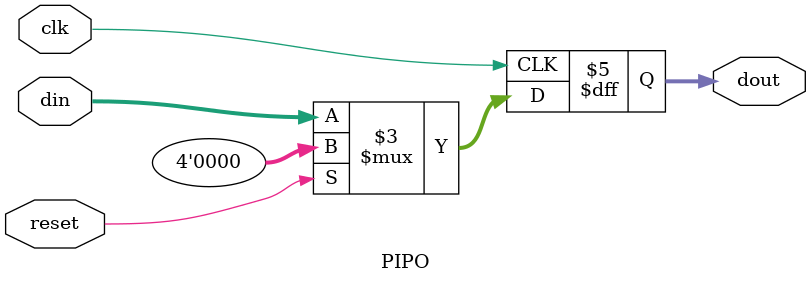
<source format=v>
module PIPO ( din ,clk ,reset ,dout );

output [3:0] dout ;
reg [3:0] dout ;

input [3:0] din ;
wire [3:0] din ;
input clk ;
wire clk ;
input reset ;
wire reset ;

always @ (posedge (clk)) begin
 if (reset)
  dout <= 0;
 else
  dout <= din;
end

endmodule
</source>
